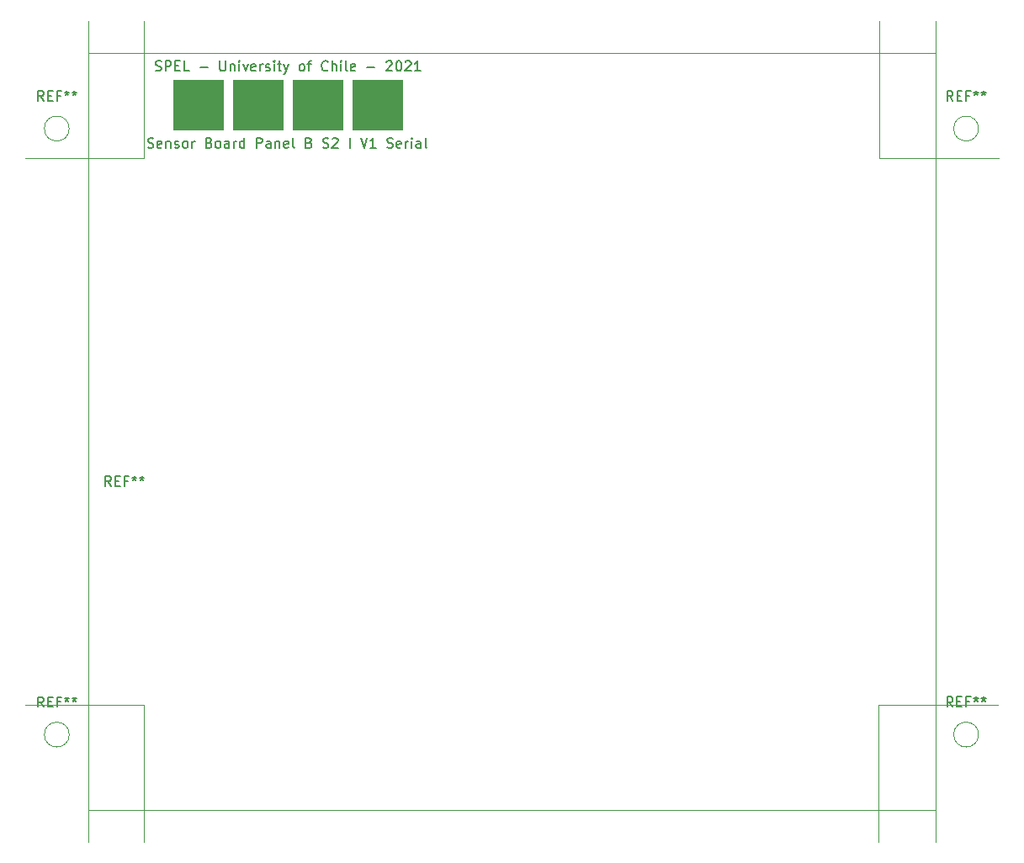
<source format=gbr>
G04 #@! TF.GenerationSoftware,KiCad,Pcbnew,(5.1.2)-2*
G04 #@! TF.CreationDate,2021-09-09T10:19:07-03:00*
G04 #@! TF.ProjectId,MAG_Plus,4d41475f-506c-4757-932e-6b696361645f,rev?*
G04 #@! TF.SameCoordinates,Original*
G04 #@! TF.FileFunction,Legend,Top*
G04 #@! TF.FilePolarity,Positive*
%FSLAX46Y46*%
G04 Gerber Fmt 4.6, Leading zero omitted, Abs format (unit mm)*
G04 Created by KiCad (PCBNEW (5.1.2)-2) date 2021-09-09 10:19:07*
%MOMM*%
%LPD*%
G04 APERTURE LIST*
%ADD10C,0.100000*%
%ADD11C,0.150000*%
%ADD12C,0.120000*%
G04 APERTURE END LIST*
D10*
G36*
X383330000Y-47550000D02*
G01*
X378330000Y-47550000D01*
X378330000Y-42550000D01*
X383330000Y-42550000D01*
X383330000Y-47550000D01*
G37*
X383330000Y-47550000D02*
X378330000Y-47550000D01*
X378330000Y-42550000D01*
X383330000Y-42550000D01*
X383330000Y-47550000D01*
G36*
X389330000Y-47550000D02*
G01*
X384330000Y-47550000D01*
X384330000Y-42550000D01*
X389330000Y-42550000D01*
X389330000Y-47550000D01*
G37*
X389330000Y-47550000D02*
X384330000Y-47550000D01*
X384330000Y-42550000D01*
X389330000Y-42550000D01*
X389330000Y-47550000D01*
G36*
X377330000Y-47550000D02*
G01*
X372330000Y-47550000D01*
X372330000Y-42550000D01*
X377330000Y-42550000D01*
X377330000Y-47550000D01*
G37*
X377330000Y-47550000D02*
X372330000Y-47550000D01*
X372330000Y-42550000D01*
X377330000Y-42550000D01*
X377330000Y-47550000D01*
G36*
X395330000Y-47550000D02*
G01*
X390330000Y-47550000D01*
X390330000Y-42550000D01*
X395330000Y-42550000D01*
X395330000Y-47550000D01*
G37*
X395330000Y-47550000D02*
X390330000Y-47550000D01*
X390330000Y-42550000D01*
X395330000Y-42550000D01*
X395330000Y-47550000D01*
D11*
X370546666Y-41604761D02*
X370689523Y-41652380D01*
X370927619Y-41652380D01*
X371022857Y-41604761D01*
X371070476Y-41557142D01*
X371118095Y-41461904D01*
X371118095Y-41366666D01*
X371070476Y-41271428D01*
X371022857Y-41223809D01*
X370927619Y-41176190D01*
X370737142Y-41128571D01*
X370641904Y-41080952D01*
X370594285Y-41033333D01*
X370546666Y-40938095D01*
X370546666Y-40842857D01*
X370594285Y-40747619D01*
X370641904Y-40700000D01*
X370737142Y-40652380D01*
X370975238Y-40652380D01*
X371118095Y-40700000D01*
X371546666Y-41652380D02*
X371546666Y-40652380D01*
X371927619Y-40652380D01*
X372022857Y-40700000D01*
X372070476Y-40747619D01*
X372118095Y-40842857D01*
X372118095Y-40985714D01*
X372070476Y-41080952D01*
X372022857Y-41128571D01*
X371927619Y-41176190D01*
X371546666Y-41176190D01*
X372546666Y-41128571D02*
X372880000Y-41128571D01*
X373022857Y-41652380D02*
X372546666Y-41652380D01*
X372546666Y-40652380D01*
X373022857Y-40652380D01*
X373927619Y-41652380D02*
X373451428Y-41652380D01*
X373451428Y-40652380D01*
X375022857Y-41271428D02*
X375784761Y-41271428D01*
X377022857Y-40652380D02*
X377022857Y-41461904D01*
X377070476Y-41557142D01*
X377118095Y-41604761D01*
X377213333Y-41652380D01*
X377403809Y-41652380D01*
X377499047Y-41604761D01*
X377546666Y-41557142D01*
X377594285Y-41461904D01*
X377594285Y-40652380D01*
X378070476Y-40985714D02*
X378070476Y-41652380D01*
X378070476Y-41080952D02*
X378118095Y-41033333D01*
X378213333Y-40985714D01*
X378356190Y-40985714D01*
X378451428Y-41033333D01*
X378499047Y-41128571D01*
X378499047Y-41652380D01*
X378975238Y-41652380D02*
X378975238Y-40985714D01*
X378975238Y-40652380D02*
X378927619Y-40700000D01*
X378975238Y-40747619D01*
X379022857Y-40700000D01*
X378975238Y-40652380D01*
X378975238Y-40747619D01*
X379356190Y-40985714D02*
X379594285Y-41652380D01*
X379832380Y-40985714D01*
X380594285Y-41604761D02*
X380499047Y-41652380D01*
X380308571Y-41652380D01*
X380213333Y-41604761D01*
X380165714Y-41509523D01*
X380165714Y-41128571D01*
X380213333Y-41033333D01*
X380308571Y-40985714D01*
X380499047Y-40985714D01*
X380594285Y-41033333D01*
X380641904Y-41128571D01*
X380641904Y-41223809D01*
X380165714Y-41319047D01*
X381070476Y-41652380D02*
X381070476Y-40985714D01*
X381070476Y-41176190D02*
X381118095Y-41080952D01*
X381165714Y-41033333D01*
X381260952Y-40985714D01*
X381356190Y-40985714D01*
X381641904Y-41604761D02*
X381737142Y-41652380D01*
X381927619Y-41652380D01*
X382022857Y-41604761D01*
X382070476Y-41509523D01*
X382070476Y-41461904D01*
X382022857Y-41366666D01*
X381927619Y-41319047D01*
X381784761Y-41319047D01*
X381689523Y-41271428D01*
X381641904Y-41176190D01*
X381641904Y-41128571D01*
X381689523Y-41033333D01*
X381784761Y-40985714D01*
X381927619Y-40985714D01*
X382022857Y-41033333D01*
X382499047Y-41652380D02*
X382499047Y-40985714D01*
X382499047Y-40652380D02*
X382451428Y-40700000D01*
X382499047Y-40747619D01*
X382546666Y-40700000D01*
X382499047Y-40652380D01*
X382499047Y-40747619D01*
X382832380Y-40985714D02*
X383213333Y-40985714D01*
X382975238Y-40652380D02*
X382975238Y-41509523D01*
X383022857Y-41604761D01*
X383118095Y-41652380D01*
X383213333Y-41652380D01*
X383451428Y-40985714D02*
X383689523Y-41652380D01*
X383927619Y-40985714D02*
X383689523Y-41652380D01*
X383594285Y-41890476D01*
X383546666Y-41938095D01*
X383451428Y-41985714D01*
X385213333Y-41652380D02*
X385118095Y-41604761D01*
X385070476Y-41557142D01*
X385022857Y-41461904D01*
X385022857Y-41176190D01*
X385070476Y-41080952D01*
X385118095Y-41033333D01*
X385213333Y-40985714D01*
X385356190Y-40985714D01*
X385451428Y-41033333D01*
X385499047Y-41080952D01*
X385546666Y-41176190D01*
X385546666Y-41461904D01*
X385499047Y-41557142D01*
X385451428Y-41604761D01*
X385356190Y-41652380D01*
X385213333Y-41652380D01*
X385832380Y-40985714D02*
X386213333Y-40985714D01*
X385975238Y-41652380D02*
X385975238Y-40795238D01*
X386022857Y-40700000D01*
X386118095Y-40652380D01*
X386213333Y-40652380D01*
X387879999Y-41557142D02*
X387832380Y-41604761D01*
X387689523Y-41652380D01*
X387594285Y-41652380D01*
X387451428Y-41604761D01*
X387356190Y-41509523D01*
X387308571Y-41414285D01*
X387260952Y-41223809D01*
X387260952Y-41080952D01*
X387308571Y-40890476D01*
X387356190Y-40795238D01*
X387451428Y-40700000D01*
X387594285Y-40652380D01*
X387689523Y-40652380D01*
X387832380Y-40700000D01*
X387879999Y-40747619D01*
X388308571Y-41652380D02*
X388308571Y-40652380D01*
X388737142Y-41652380D02*
X388737142Y-41128571D01*
X388689523Y-41033333D01*
X388594285Y-40985714D01*
X388451428Y-40985714D01*
X388356190Y-41033333D01*
X388308571Y-41080952D01*
X389213333Y-41652380D02*
X389213333Y-40985714D01*
X389213333Y-40652380D02*
X389165714Y-40700000D01*
X389213333Y-40747619D01*
X389260952Y-40700000D01*
X389213333Y-40652380D01*
X389213333Y-40747619D01*
X389832380Y-41652380D02*
X389737142Y-41604761D01*
X389689523Y-41509523D01*
X389689523Y-40652380D01*
X390594285Y-41604761D02*
X390499047Y-41652380D01*
X390308571Y-41652380D01*
X390213333Y-41604761D01*
X390165714Y-41509523D01*
X390165714Y-41128571D01*
X390213333Y-41033333D01*
X390308571Y-40985714D01*
X390499047Y-40985714D01*
X390594285Y-41033333D01*
X390641904Y-41128571D01*
X390641904Y-41223809D01*
X390165714Y-41319047D01*
X391832380Y-41271428D02*
X392594285Y-41271428D01*
X393784761Y-40747619D02*
X393832380Y-40700000D01*
X393927619Y-40652380D01*
X394165714Y-40652380D01*
X394260952Y-40700000D01*
X394308571Y-40747619D01*
X394356190Y-40842857D01*
X394356190Y-40938095D01*
X394308571Y-41080952D01*
X393737142Y-41652380D01*
X394356190Y-41652380D01*
X394975238Y-40652380D02*
X395070476Y-40652380D01*
X395165714Y-40700000D01*
X395213333Y-40747619D01*
X395260952Y-40842857D01*
X395308571Y-41033333D01*
X395308571Y-41271428D01*
X395260952Y-41461904D01*
X395213333Y-41557142D01*
X395165714Y-41604761D01*
X395070476Y-41652380D01*
X394975238Y-41652380D01*
X394879999Y-41604761D01*
X394832380Y-41557142D01*
X394784761Y-41461904D01*
X394737142Y-41271428D01*
X394737142Y-41033333D01*
X394784761Y-40842857D01*
X394832380Y-40747619D01*
X394879999Y-40700000D01*
X394975238Y-40652380D01*
X395689523Y-40747619D02*
X395737142Y-40700000D01*
X395832380Y-40652380D01*
X396070476Y-40652380D01*
X396165714Y-40700000D01*
X396213333Y-40747619D01*
X396260952Y-40842857D01*
X396260952Y-40938095D01*
X396213333Y-41080952D01*
X395641904Y-41652380D01*
X396260952Y-41652380D01*
X397213333Y-41652380D02*
X396641904Y-41652380D01*
X396927619Y-41652380D02*
X396927619Y-40652380D01*
X396832380Y-40795238D01*
X396737142Y-40890476D01*
X396641904Y-40938095D01*
X369756190Y-49354761D02*
X369899047Y-49402380D01*
X370137142Y-49402380D01*
X370232380Y-49354761D01*
X370280000Y-49307142D01*
X370327619Y-49211904D01*
X370327619Y-49116666D01*
X370280000Y-49021428D01*
X370232380Y-48973809D01*
X370137142Y-48926190D01*
X369946666Y-48878571D01*
X369851428Y-48830952D01*
X369803809Y-48783333D01*
X369756190Y-48688095D01*
X369756190Y-48592857D01*
X369803809Y-48497619D01*
X369851428Y-48450000D01*
X369946666Y-48402380D01*
X370184761Y-48402380D01*
X370327619Y-48450000D01*
X371137142Y-49354761D02*
X371041904Y-49402380D01*
X370851428Y-49402380D01*
X370756190Y-49354761D01*
X370708571Y-49259523D01*
X370708571Y-48878571D01*
X370756190Y-48783333D01*
X370851428Y-48735714D01*
X371041904Y-48735714D01*
X371137142Y-48783333D01*
X371184761Y-48878571D01*
X371184761Y-48973809D01*
X370708571Y-49069047D01*
X371613333Y-48735714D02*
X371613333Y-49402380D01*
X371613333Y-48830952D02*
X371660952Y-48783333D01*
X371756190Y-48735714D01*
X371899047Y-48735714D01*
X371994285Y-48783333D01*
X372041904Y-48878571D01*
X372041904Y-49402380D01*
X372470476Y-49354761D02*
X372565714Y-49402380D01*
X372756190Y-49402380D01*
X372851428Y-49354761D01*
X372899047Y-49259523D01*
X372899047Y-49211904D01*
X372851428Y-49116666D01*
X372756190Y-49069047D01*
X372613333Y-49069047D01*
X372518095Y-49021428D01*
X372470476Y-48926190D01*
X372470476Y-48878571D01*
X372518095Y-48783333D01*
X372613333Y-48735714D01*
X372756190Y-48735714D01*
X372851428Y-48783333D01*
X373470476Y-49402380D02*
X373375238Y-49354761D01*
X373327619Y-49307142D01*
X373280000Y-49211904D01*
X373280000Y-48926190D01*
X373327619Y-48830952D01*
X373375238Y-48783333D01*
X373470476Y-48735714D01*
X373613333Y-48735714D01*
X373708571Y-48783333D01*
X373756190Y-48830952D01*
X373803809Y-48926190D01*
X373803809Y-49211904D01*
X373756190Y-49307142D01*
X373708571Y-49354761D01*
X373613333Y-49402380D01*
X373470476Y-49402380D01*
X374232380Y-49402380D02*
X374232380Y-48735714D01*
X374232380Y-48926190D02*
X374280000Y-48830952D01*
X374327619Y-48783333D01*
X374422857Y-48735714D01*
X374518095Y-48735714D01*
X375946666Y-48878571D02*
X376089523Y-48926190D01*
X376137142Y-48973809D01*
X376184761Y-49069047D01*
X376184761Y-49211904D01*
X376137142Y-49307142D01*
X376089523Y-49354761D01*
X375994285Y-49402380D01*
X375613333Y-49402380D01*
X375613333Y-48402380D01*
X375946666Y-48402380D01*
X376041904Y-48450000D01*
X376089523Y-48497619D01*
X376137142Y-48592857D01*
X376137142Y-48688095D01*
X376089523Y-48783333D01*
X376041904Y-48830952D01*
X375946666Y-48878571D01*
X375613333Y-48878571D01*
X376756190Y-49402380D02*
X376660952Y-49354761D01*
X376613333Y-49307142D01*
X376565714Y-49211904D01*
X376565714Y-48926190D01*
X376613333Y-48830952D01*
X376660952Y-48783333D01*
X376756190Y-48735714D01*
X376899047Y-48735714D01*
X376994285Y-48783333D01*
X377041904Y-48830952D01*
X377089523Y-48926190D01*
X377089523Y-49211904D01*
X377041904Y-49307142D01*
X376994285Y-49354761D01*
X376899047Y-49402380D01*
X376756190Y-49402380D01*
X377946666Y-49402380D02*
X377946666Y-48878571D01*
X377899047Y-48783333D01*
X377803809Y-48735714D01*
X377613333Y-48735714D01*
X377518095Y-48783333D01*
X377946666Y-49354761D02*
X377851428Y-49402380D01*
X377613333Y-49402380D01*
X377518095Y-49354761D01*
X377470476Y-49259523D01*
X377470476Y-49164285D01*
X377518095Y-49069047D01*
X377613333Y-49021428D01*
X377851428Y-49021428D01*
X377946666Y-48973809D01*
X378422857Y-49402380D02*
X378422857Y-48735714D01*
X378422857Y-48926190D02*
X378470476Y-48830952D01*
X378518095Y-48783333D01*
X378613333Y-48735714D01*
X378708571Y-48735714D01*
X379470476Y-49402380D02*
X379470476Y-48402380D01*
X379470476Y-49354761D02*
X379375238Y-49402380D01*
X379184761Y-49402380D01*
X379089523Y-49354761D01*
X379041904Y-49307142D01*
X378994285Y-49211904D01*
X378994285Y-48926190D01*
X379041904Y-48830952D01*
X379089523Y-48783333D01*
X379184761Y-48735714D01*
X379375238Y-48735714D01*
X379470476Y-48783333D01*
X380708571Y-49402380D02*
X380708571Y-48402380D01*
X381089523Y-48402380D01*
X381184761Y-48450000D01*
X381232380Y-48497619D01*
X381280000Y-48592857D01*
X381280000Y-48735714D01*
X381232380Y-48830952D01*
X381184761Y-48878571D01*
X381089523Y-48926190D01*
X380708571Y-48926190D01*
X382137142Y-49402380D02*
X382137142Y-48878571D01*
X382089523Y-48783333D01*
X381994285Y-48735714D01*
X381803809Y-48735714D01*
X381708571Y-48783333D01*
X382137142Y-49354761D02*
X382041904Y-49402380D01*
X381803809Y-49402380D01*
X381708571Y-49354761D01*
X381660952Y-49259523D01*
X381660952Y-49164285D01*
X381708571Y-49069047D01*
X381803809Y-49021428D01*
X382041904Y-49021428D01*
X382137142Y-48973809D01*
X382613333Y-48735714D02*
X382613333Y-49402380D01*
X382613333Y-48830952D02*
X382660952Y-48783333D01*
X382756190Y-48735714D01*
X382899047Y-48735714D01*
X382994285Y-48783333D01*
X383041904Y-48878571D01*
X383041904Y-49402380D01*
X383899047Y-49354761D02*
X383803809Y-49402380D01*
X383613333Y-49402380D01*
X383518095Y-49354761D01*
X383470476Y-49259523D01*
X383470476Y-48878571D01*
X383518095Y-48783333D01*
X383613333Y-48735714D01*
X383803809Y-48735714D01*
X383899047Y-48783333D01*
X383946666Y-48878571D01*
X383946666Y-48973809D01*
X383470476Y-49069047D01*
X384518095Y-49402380D02*
X384422857Y-49354761D01*
X384375238Y-49259523D01*
X384375238Y-48402380D01*
X385994285Y-48878571D02*
X386137142Y-48926190D01*
X386184761Y-48973809D01*
X386232380Y-49069047D01*
X386232380Y-49211904D01*
X386184761Y-49307142D01*
X386137142Y-49354761D01*
X386041904Y-49402380D01*
X385660952Y-49402380D01*
X385660952Y-48402380D01*
X385994285Y-48402380D01*
X386089523Y-48450000D01*
X386137142Y-48497619D01*
X386184761Y-48592857D01*
X386184761Y-48688095D01*
X386137142Y-48783333D01*
X386089523Y-48830952D01*
X385994285Y-48878571D01*
X385660952Y-48878571D01*
X387375238Y-49354761D02*
X387518095Y-49402380D01*
X387756190Y-49402380D01*
X387851428Y-49354761D01*
X387899047Y-49307142D01*
X387946666Y-49211904D01*
X387946666Y-49116666D01*
X387899047Y-49021428D01*
X387851428Y-48973809D01*
X387756190Y-48926190D01*
X387565714Y-48878571D01*
X387470476Y-48830952D01*
X387422857Y-48783333D01*
X387375238Y-48688095D01*
X387375238Y-48592857D01*
X387422857Y-48497619D01*
X387470476Y-48450000D01*
X387565714Y-48402380D01*
X387803809Y-48402380D01*
X387946666Y-48450000D01*
X388327619Y-48497619D02*
X388375238Y-48450000D01*
X388470476Y-48402380D01*
X388708571Y-48402380D01*
X388803809Y-48450000D01*
X388851428Y-48497619D01*
X388899047Y-48592857D01*
X388899047Y-48688095D01*
X388851428Y-48830952D01*
X388280000Y-49402380D01*
X388899047Y-49402380D01*
X390089523Y-49402380D02*
X390089523Y-48402380D01*
X391184761Y-48402380D02*
X391518095Y-49402380D01*
X391851428Y-48402380D01*
X392708571Y-49402380D02*
X392137142Y-49402380D01*
X392422857Y-49402380D02*
X392422857Y-48402380D01*
X392327619Y-48545238D01*
X392232380Y-48640476D01*
X392137142Y-48688095D01*
X393851428Y-49354761D02*
X393994285Y-49402380D01*
X394232380Y-49402380D01*
X394327619Y-49354761D01*
X394375238Y-49307142D01*
X394422857Y-49211904D01*
X394422857Y-49116666D01*
X394375238Y-49021428D01*
X394327619Y-48973809D01*
X394232380Y-48926190D01*
X394041904Y-48878571D01*
X393946666Y-48830952D01*
X393899047Y-48783333D01*
X393851428Y-48688095D01*
X393851428Y-48592857D01*
X393899047Y-48497619D01*
X393946666Y-48450000D01*
X394041904Y-48402380D01*
X394280000Y-48402380D01*
X394422857Y-48450000D01*
X395232380Y-49354761D02*
X395137142Y-49402380D01*
X394946666Y-49402380D01*
X394851428Y-49354761D01*
X394803809Y-49259523D01*
X394803809Y-48878571D01*
X394851428Y-48783333D01*
X394946666Y-48735714D01*
X395137142Y-48735714D01*
X395232380Y-48783333D01*
X395280000Y-48878571D01*
X395280000Y-48973809D01*
X394803809Y-49069047D01*
X395708571Y-49402380D02*
X395708571Y-48735714D01*
X395708571Y-48926190D02*
X395756190Y-48830952D01*
X395803809Y-48783333D01*
X395899047Y-48735714D01*
X395994285Y-48735714D01*
X396327619Y-49402380D02*
X396327619Y-48735714D01*
X396327619Y-48402380D02*
X396280000Y-48450000D01*
X396327619Y-48497619D01*
X396375238Y-48450000D01*
X396327619Y-48402380D01*
X396327619Y-48497619D01*
X397232380Y-49402380D02*
X397232380Y-48878571D01*
X397184761Y-48783333D01*
X397089523Y-48735714D01*
X396899047Y-48735714D01*
X396803809Y-48783333D01*
X397232380Y-49354761D02*
X397137142Y-49402380D01*
X396899047Y-49402380D01*
X396803809Y-49354761D01*
X396756190Y-49259523D01*
X396756190Y-49164285D01*
X396803809Y-49069047D01*
X396899047Y-49021428D01*
X397137142Y-49021428D01*
X397232380Y-48973809D01*
X397851428Y-49402380D02*
X397756190Y-49354761D01*
X397708571Y-49259523D01*
X397708571Y-48402380D01*
D12*
X361860000Y-108460000D02*
G75*
G03X361860000Y-108460000I-1250000J0D01*
G01*
X449010000Y-39860000D02*
X363810000Y-39860000D01*
X363810000Y-119260000D02*
X363810000Y-36660000D01*
X449010000Y-119260000D02*
X449010000Y-36660000D01*
X443310000Y-119260000D02*
X443310000Y-105460000D01*
X453360000Y-108460000D02*
G75*
G03X453360000Y-108460000I-1250000J0D01*
G01*
X455310000Y-105460000D02*
X443310000Y-105460000D01*
X369410000Y-119260000D02*
X369410000Y-105460000D01*
X455410000Y-50460000D02*
X443410000Y-50460000D01*
X369410000Y-50460000D02*
X369410000Y-36660000D01*
X357410000Y-105460000D02*
X369410000Y-105460000D01*
X357410000Y-50460000D02*
X369410000Y-50460000D01*
X443410000Y-36660000D02*
X443410000Y-50460000D01*
X361860000Y-47460000D02*
G75*
G03X361860000Y-47460000I-1250000J0D01*
G01*
X363810000Y-116060000D02*
X449010000Y-116060000D01*
X453360000Y-47460000D02*
G75*
G03X453360000Y-47460000I-1250000J0D01*
G01*
D11*
X366076666Y-83462380D02*
X365743333Y-82986190D01*
X365505238Y-83462380D02*
X365505238Y-82462380D01*
X365886190Y-82462380D01*
X365981428Y-82510000D01*
X366029047Y-82557619D01*
X366076666Y-82652857D01*
X366076666Y-82795714D01*
X366029047Y-82890952D01*
X365981428Y-82938571D01*
X365886190Y-82986190D01*
X365505238Y-82986190D01*
X366505238Y-82938571D02*
X366838571Y-82938571D01*
X366981428Y-83462380D02*
X366505238Y-83462380D01*
X366505238Y-82462380D01*
X366981428Y-82462380D01*
X367743333Y-82938571D02*
X367410000Y-82938571D01*
X367410000Y-83462380D02*
X367410000Y-82462380D01*
X367886190Y-82462380D01*
X368410000Y-82462380D02*
X368410000Y-82700476D01*
X368171904Y-82605238D02*
X368410000Y-82700476D01*
X368648095Y-82605238D01*
X368267142Y-82890952D02*
X368410000Y-82700476D01*
X368552857Y-82890952D01*
X369171904Y-82462380D02*
X369171904Y-82700476D01*
X368933809Y-82605238D02*
X369171904Y-82700476D01*
X369410000Y-82605238D01*
X369029047Y-82890952D02*
X369171904Y-82700476D01*
X369314761Y-82890952D01*
X450776666Y-44682380D02*
X450443333Y-44206190D01*
X450205238Y-44682380D02*
X450205238Y-43682380D01*
X450586190Y-43682380D01*
X450681428Y-43730000D01*
X450729047Y-43777619D01*
X450776666Y-43872857D01*
X450776666Y-44015714D01*
X450729047Y-44110952D01*
X450681428Y-44158571D01*
X450586190Y-44206190D01*
X450205238Y-44206190D01*
X451205238Y-44158571D02*
X451538571Y-44158571D01*
X451681428Y-44682380D02*
X451205238Y-44682380D01*
X451205238Y-43682380D01*
X451681428Y-43682380D01*
X452443333Y-44158571D02*
X452110000Y-44158571D01*
X452110000Y-44682380D02*
X452110000Y-43682380D01*
X452586190Y-43682380D01*
X453110000Y-43682380D02*
X453110000Y-43920476D01*
X452871904Y-43825238D02*
X453110000Y-43920476D01*
X453348095Y-43825238D01*
X452967142Y-44110952D02*
X453110000Y-43920476D01*
X453252857Y-44110952D01*
X453871904Y-43682380D02*
X453871904Y-43920476D01*
X453633809Y-43825238D02*
X453871904Y-43920476D01*
X454110000Y-43825238D01*
X453729047Y-44110952D02*
X453871904Y-43920476D01*
X454014761Y-44110952D01*
X359286666Y-44662380D02*
X358953333Y-44186190D01*
X358715238Y-44662380D02*
X358715238Y-43662380D01*
X359096190Y-43662380D01*
X359191428Y-43710000D01*
X359239047Y-43757619D01*
X359286666Y-43852857D01*
X359286666Y-43995714D01*
X359239047Y-44090952D01*
X359191428Y-44138571D01*
X359096190Y-44186190D01*
X358715238Y-44186190D01*
X359715238Y-44138571D02*
X360048571Y-44138571D01*
X360191428Y-44662380D02*
X359715238Y-44662380D01*
X359715238Y-43662380D01*
X360191428Y-43662380D01*
X360953333Y-44138571D02*
X360620000Y-44138571D01*
X360620000Y-44662380D02*
X360620000Y-43662380D01*
X361096190Y-43662380D01*
X361620000Y-43662380D02*
X361620000Y-43900476D01*
X361381904Y-43805238D02*
X361620000Y-43900476D01*
X361858095Y-43805238D01*
X361477142Y-44090952D02*
X361620000Y-43900476D01*
X361762857Y-44090952D01*
X362381904Y-43662380D02*
X362381904Y-43900476D01*
X362143809Y-43805238D02*
X362381904Y-43900476D01*
X362620000Y-43805238D01*
X362239047Y-44090952D02*
X362381904Y-43900476D01*
X362524761Y-44090952D01*
X359286666Y-105672380D02*
X358953333Y-105196190D01*
X358715238Y-105672380D02*
X358715238Y-104672380D01*
X359096190Y-104672380D01*
X359191428Y-104720000D01*
X359239047Y-104767619D01*
X359286666Y-104862857D01*
X359286666Y-105005714D01*
X359239047Y-105100952D01*
X359191428Y-105148571D01*
X359096190Y-105196190D01*
X358715238Y-105196190D01*
X359715238Y-105148571D02*
X360048571Y-105148571D01*
X360191428Y-105672380D02*
X359715238Y-105672380D01*
X359715238Y-104672380D01*
X360191428Y-104672380D01*
X360953333Y-105148571D02*
X360620000Y-105148571D01*
X360620000Y-105672380D02*
X360620000Y-104672380D01*
X361096190Y-104672380D01*
X361620000Y-104672380D02*
X361620000Y-104910476D01*
X361381904Y-104815238D02*
X361620000Y-104910476D01*
X361858095Y-104815238D01*
X361477142Y-105100952D02*
X361620000Y-104910476D01*
X361762857Y-105100952D01*
X362381904Y-104672380D02*
X362381904Y-104910476D01*
X362143809Y-104815238D02*
X362381904Y-104910476D01*
X362620000Y-104815238D01*
X362239047Y-105100952D02*
X362381904Y-104910476D01*
X362524761Y-105100952D01*
X450766666Y-105662380D02*
X450433333Y-105186190D01*
X450195238Y-105662380D02*
X450195238Y-104662380D01*
X450576190Y-104662380D01*
X450671428Y-104710000D01*
X450719047Y-104757619D01*
X450766666Y-104852857D01*
X450766666Y-104995714D01*
X450719047Y-105090952D01*
X450671428Y-105138571D01*
X450576190Y-105186190D01*
X450195238Y-105186190D01*
X451195238Y-105138571D02*
X451528571Y-105138571D01*
X451671428Y-105662380D02*
X451195238Y-105662380D01*
X451195238Y-104662380D01*
X451671428Y-104662380D01*
X452433333Y-105138571D02*
X452100000Y-105138571D01*
X452100000Y-105662380D02*
X452100000Y-104662380D01*
X452576190Y-104662380D01*
X453100000Y-104662380D02*
X453100000Y-104900476D01*
X452861904Y-104805238D02*
X453100000Y-104900476D01*
X453338095Y-104805238D01*
X452957142Y-105090952D02*
X453100000Y-104900476D01*
X453242857Y-105090952D01*
X453861904Y-104662380D02*
X453861904Y-104900476D01*
X453623809Y-104805238D02*
X453861904Y-104900476D01*
X454100000Y-104805238D01*
X453719047Y-105090952D02*
X453861904Y-104900476D01*
X454004761Y-105090952D01*
M02*

</source>
